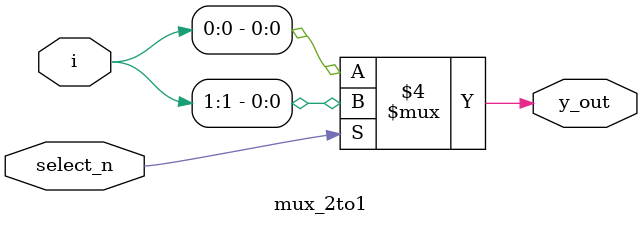
<source format=v>
`timescale 1ns / 1ps


module mux_2to1(
    input [1:0] i,
    input select_n,
    output reg y_out
    );
    
    always@(*)begin
      if(!select_n)
        y_out = i[0];
      else
        y_out = i[1];
    end
   
endmodule

</source>
